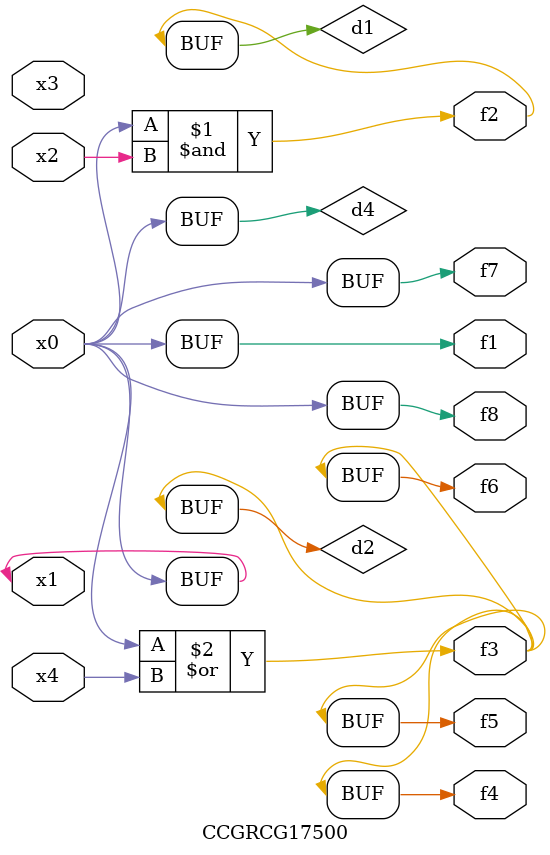
<source format=v>
module CCGRCG17500(
	input x0, x1, x2, x3, x4,
	output f1, f2, f3, f4, f5, f6, f7, f8
);

	wire d1, d2, d3, d4;

	and (d1, x0, x2);
	or (d2, x0, x4);
	nand (d3, x0, x2);
	buf (d4, x0, x1);
	assign f1 = d4;
	assign f2 = d1;
	assign f3 = d2;
	assign f4 = d2;
	assign f5 = d2;
	assign f6 = d2;
	assign f7 = d4;
	assign f8 = d4;
endmodule

</source>
